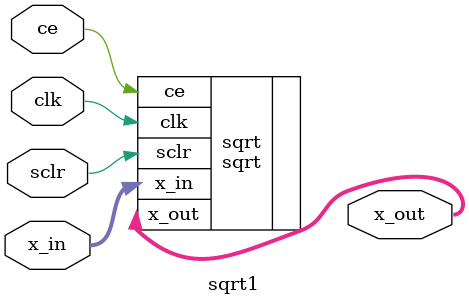
<source format=v>
`timescale 1ns / 1ps
module sqrt1(x_in, clk, ce, sclr, x_out); 
input [31 : 0] x_in;
input clk, ce, sclr;
output [16 : 0] x_out;
  
  sqrt sqrt(.x_in(x_in), .clk(clk), .ce(ce), .sclr(sclr), .x_out(x_out));

endmodule


</source>
